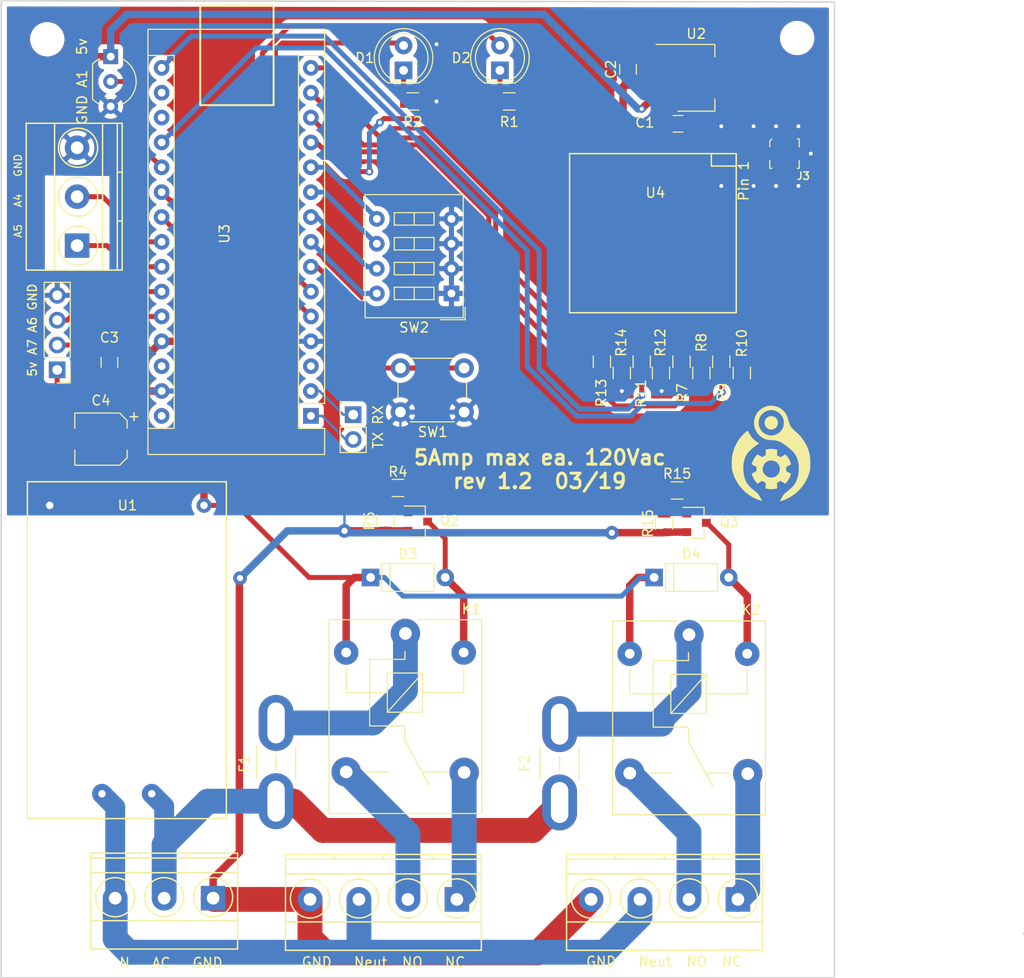
<source format=kicad_pcb>
(kicad_pcb (version 20171130) (host pcbnew 5.1.2-f72e74a~84~ubuntu18.04.1)
  (layers (0 F.Cu signal) (31 B.Cu signal) (34 B.Paste user) (35 F.Paste user) (36 B.SilkS user) (37 F.SilkS user) (38 B.Mask user) (39 F.Mask user) (44 Edge.Cuts user))
  (net 0 "")
  (net 1 +5V)
  (net 2 +3V3)
  (net 3 Earth)
  (net 4 "Net-(D1-Pad2)")
  (net 5 "Net-(D1-Pad1)")
  (net 6 "Net-(D2-Pad1)")
  (net 7 "Net-(D2-Pad2)")
  (net 8 "Net-(D3-Pad2)")
  (net 9 "Net-(D4-Pad2)")
  (net 10 VAC)
  (net 11 "Net-(F1-Pad1)")
  (net 12 "Net-(F2-Pad1)")
  (net 13 NEUT)
  (net 14 "Net-(J2-Pad2)")
  (net 15 "Net-(J2-Pad1)")
  (net 16 "Net-(J5-Pad1)")
  (net 17 "Net-(J5-Pad2)")
  (net 18 "Net-(J7-Pad2)")
  (net 19 /relay1)
  (net 20 "Net-(Q2-Pad1)")
  (net 21 miso)
  (net 22 "Net-(R7-Pad1)")
  (net 23 /lora_cs)
  (net 24 "Net-(R10-Pad1)")
  (net 25 /lora_rst)
  (net 26 sck)
  (net 27 "Net-(R11-Pad1)")
  (net 28 mosi)
  (net 29 "Net-(R13-Pad1)")
  (net 30 "Net-(Q3-Pad1)")
  (net 31 /relay2)
  (net 32 "Net-(SW1-Pad2)")
  (net 33 "Net-(U3-Pad3v3)")
  (net 34 "Net-(U3-Pad15)")
  (net 35 "Net-(U3-Padrst)")
  (net 36 /irq)
  (net 37 "Net-(U3-PadVin)")
  (net 38 "Net-(U4-Pad15)")
  (net 39 "Net-(U4-Pad8)")
  (net 40 "Net-(U4-Pad7)")
  (net 41 "Net-(U4-Pad4)")
  (net 42 "Net-(U4-Pad3)")
  (net 43 "Net-(J3-Pad1)")
  (net 44 "Net-(J8-Pad2)")
  (net 45 "Net-(J8-Pad1)")
  (net 46 "Net-(SW2-Pad5)")
  (net 47 "Net-(SW2-Pad6)")
  (net 48 "Net-(SW2-Pad7)")
  (net 49 "Net-(SW2-Pad8)")
  (net 50 "Net-(J4-Pad2)")
  (net 51 "Net-(J4-Pad3)")
  (net 52 "Net-(J6-Pad1)")
  (net 53 "Net-(J6-Pad2)")
  (module Connector_PinHeader_2.54mm:PinHeader_1x04_P2.54mm_Vertical (layer F.Cu) (at 87.884 95.504 180)
    (fp_text reference "5v A7 A6 GND" (at 2.54 4.064 90) (layer F.SilkS) (effects (font (size 0.889 0.889))))
    (fp_text value gpio)
    (pad 1 thru_hole rect (at 0 0 180) (size 1.7 1.7) (drill 1) (layers *.Cu *.Mask) (net 1 +5V))
    (pad 2 thru_hole oval (at 0 2.54 180) (size 1.7 1.7) (drill 1) (layers *.Cu *.Mask) (net 50 "Net-(J4-Pad2)"))
    (pad 3 thru_hole oval (at 0 5.08 180) (size 1.7 1.7) (drill 1) (layers *.Cu *.Mask) (net 51 "Net-(J4-Pad3)"))
    (pad 4 thru_hole oval (at 0 7.62 180) (size 1.7 1.7) (drill 1) (layers *.Cu *.Mask) (net 3 Earth))
  )
  (module MainWorking:HLK-PM01 (layer F.Cu) (at 94.996 140.97 180)
    (fp_text reference U1 (at -0.0635 31.623) (layer F.SilkS))
    (fp_text value HLK-PM01)
    (pad 3 thru_hole circle (at 7.874 31.623 180) (size 1.524 1.524) (drill 0.762) (layers *.Cu *.Mask) (net 3 Earth))
    (pad 4 thru_hole circle (at -7.874 31.623 180) (size 1.524 1.524) (drill 0.762) (layers *.Cu *.Mask) (net 1 +5V))
    (pad 1 thru_hole circle (at 2.54 2.159 180) (size 1.524 1.524) (drill 0.762) (layers *.Cu *.Mask) (net 13 NEUT))
    (pad 2 thru_hole circle (at -2.54 2.159 180) (size 1.524 1.524) (drill 0.762) (layers *.Cu *.Mask) (net 10 VAC))
  )
  (module MainWorking:LORA_SX1278_Module (layer F.Cu) (at 167.386 81.534 270)
    (fp_text reference U4 (at -4.1275 18.415) (layer F.SilkS))
    (fp_text value Sx1278_LORA_Module)
    (fp_text user "Pin 1" (at -5.334 9.398 90) (layer F.SilkS))
    (pad 1 smd rect (at -8.128 11.684 270) (size 2.286 1.524) (layers F.Cu F.Paste F.Mask) (net 43 "Net-(J3-Pad1)"))
    (pad 2 smd rect (at -8.128 13.716 270) (size 2.286 1.524) (layers F.Cu F.Paste F.Mask) (net 3 Earth))
    (pad 3 smd rect (at -8.128 15.748 270) (size 2.286 1.524) (layers F.Cu F.Paste F.Mask) (net 42 "Net-(U4-Pad3)"))
    (pad 4 smd rect (at -8.128 17.78 270) (size 2.286 1.524) (layers F.Cu F.Paste F.Mask) (net 41 "Net-(U4-Pad4)"))
    (pad 5 smd rect (at -8.128 19.812 270) (size 2.286 1.524) (layers F.Cu F.Paste F.Mask) (net 2 +3V3))
    (pad 6 smd rect (at -8.128 21.844 270) (size 2.286 1.524) (layers F.Cu F.Paste F.Mask) (net 36 /irq))
    (pad 7 smd rect (at -8.128 23.876 270) (size 2.286 1.524) (layers F.Cu F.Paste F.Mask) (net 40 "Net-(U4-Pad7)"))
    (pad 8 smd rect (at -8.128 25.908 270) (size 2.286 1.524) (layers F.Cu F.Paste F.Mask) (net 39 "Net-(U4-Pad8)"))
    (pad 9 smd rect (at 8.128 25.908 270) (size 2.286 1.524) (layers F.Cu F.Paste F.Mask) (net 3 Earth))
    (pad 10 smd rect (at 8.128 23.876 270) (size 2.286 1.524) (layers F.Cu F.Paste F.Mask) (net 21 miso))
    (pad 11 smd rect (at 8.128 21.844 270) (size 2.286 1.524) (layers F.Cu F.Paste F.Mask) (net 29 "Net-(R13-Pad1)"))
    (pad 12 smd rect (at 8.128 19.812 270) (size 2.286 1.524) (layers F.Cu F.Paste F.Mask) (net 27 "Net-(R11-Pad1)"))
    (pad 13 smd rect (at 8.128 17.78 270) (size 2.286 1.524) (layers F.Cu F.Paste F.Mask) (net 22 "Net-(R7-Pad1)"))
    (pad 14 smd rect (at 8.128 15.748 270) (size 2.286 1.524) (layers F.Cu F.Paste F.Mask) (net 24 "Net-(R10-Pad1)"))
    (pad 15 smd rect (at 8.128 13.716 270) (size 2.286 1.524) (layers F.Cu F.Paste F.Mask) (net 38 "Net-(U4-Pad15)"))
    (pad 16 smd rect (at 8.128 11.684 270) (size 2.286 1.524) (layers F.Cu F.Paste F.Mask) (net 3 Earth))
  )
  (module TerminalBlocks_Phoenix:TerminalBlock_Phoenix_MKDS1.5-3pol (layer F.Cu) (at 103.806 149.479 180)
    (fp_text reference "N   AC   GND" (at 4.3015 -6.604 180) (layer F.SilkS))
    (fp_text value ACin)
    (pad 3 thru_hole circle (at 5 0 180) (size 2.5 2.5) (drill 1.3) (layers *.Cu *.Mask) (net 10 VAC))
    (pad 1 thru_hole rect (at 0 0 180) (size 2.5 2.5) (drill 1.3) (layers *.Cu *.Mask) (net 3 Earth))
    (pad 2 thru_hole circle (at 10 0 180) (size 2.5 2.5) (drill 1.3) (layers *.Cu *.Mask) (net 13 NEUT))
  )
  (module Relays_THT:Relay_SPDT_SANYOU_SRD_Series_Form_C (layer F.Cu) (at 123.444 122.428 270)
    (fp_text reference K1 (at -2.4765 -6.731) (layer F.SilkS))
    (fp_text value relay1)
    (pad A1 thru_hole circle (at 1.95 6.05) (size 2.5 2.5) (drill 1) (layers *.Cu *.Mask) (net 1 +5V))
    (pad 14 thru_hole circle (at 14.15 6.05) (size 3 3) (drill 1.3) (layers *.Cu *.Mask) (net 14 "Net-(J2-Pad2)"))
    (pad 12 thru_hole circle (at 14.2 -6) (size 3 3) (drill 1.3) (layers *.Cu *.Mask) (net 15 "Net-(J2-Pad1)"))
    (pad A2 thru_hole circle (at 1.95 -5.95) (size 2.5 2.5) (drill 1) (layers *.Cu *.Mask) (net 8 "Net-(D3-Pad2)"))
    (pad 11 thru_hole circle (at 0 0) (size 3 3) (drill 1.3) (layers *.Cu *.Mask) (net 11 "Net-(F1-Pad1)"))
  )
  (module Relays_THT:Relay_SPDT_SANYOU_SRD_Series_Form_C (layer F.Cu) (at 152.4 122.555 270)
    (fp_text reference K2 (at -2.54 -6.35) (layer F.SilkS))
    (fp_text value relay2)
    (pad 11 thru_hole circle (at 0 0) (size 3 3) (drill 1.3) (layers *.Cu *.Mask) (net 12 "Net-(F2-Pad1)"))
    (pad A2 thru_hole circle (at 1.95 -5.95) (size 2.5 2.5) (drill 1) (layers *.Cu *.Mask) (net 9 "Net-(D4-Pad2)"))
    (pad 12 thru_hole circle (at 14.2 -6) (size 3 3) (drill 1.3) (layers *.Cu *.Mask) (net 16 "Net-(J5-Pad1)"))
    (pad 14 thru_hole circle (at 14.15 6.05) (size 3 3) (drill 1.3) (layers *.Cu *.Mask) (net 17 "Net-(J5-Pad2)"))
    (pad A1 thru_hole circle (at 1.95 6.05) (size 2.5 2.5) (drill 1) (layers *.Cu *.Mask) (net 1 +5V))
  )
  (module Capacitors_SMD:C_0805_HandSoldering (layer F.Cu) (at 151.277001 70.358)
    (fp_text reference C1 (at -3.385501 -0.127) (layer F.SilkS))
    (fp_text value 1uf)
    (pad 2 smd rect (at 1.25 0) (size 1.5 1.25) (layers F.Cu F.Paste F.Mask) (net 3 Earth))
    (pad 1 smd rect (at -1.25 0) (size 1.5 1.25) (layers F.Cu F.Paste F.Mask) (net 1 +5V))
  )
  (module Capacitors_SMD:C_0805_HandSoldering (layer F.Cu) (at 146.177 64.790001 90)
    (fp_text reference C2 (at 0 -1.75 270) (layer F.SilkS))
    (fp_text value 22uf)
    (pad 2 smd rect (at 1.25 0 90) (size 1.5 1.25) (layers F.Cu F.Paste F.Mask) (net 3 Earth))
    (pad 1 smd rect (at -1.25 0 90) (size 1.5 1.25) (layers F.Cu F.Paste F.Mask) (net 2 +3V3))
  )
  (module Capacitors_SMD:C_0805 (layer F.Cu) (at 93.218 94.726 270)
    (fp_text reference C3 (at -2.524 0) (layer F.SilkS))
    (fp_text value .1uf)
    (pad 1 smd rect (at -1 0 270) (size 1 1.25) (layers F.Cu F.Paste F.Mask) (net 1 +5V))
    (pad 2 smd rect (at 1 0 270) (size 1 1.25) (layers F.Cu F.Paste F.Mask) (net 3 Earth))
  )
  (module LEDs:LED_D5.0mm (layer F.Cu) (at 123.2535 64.897 90)
    (fp_text reference D1 (at 1.27 -3.96 180) (layer F.SilkS))
    (fp_text value LED)
    (pad 2 thru_hole circle (at 2.54 0 90) (size 1.8 1.8) (drill 0.9) (layers *.Cu *.Mask) (net 4 "Net-(D1-Pad2)"))
    (pad 1 thru_hole rect (at 0 0 90) (size 1.8 1.8) (drill 0.9) (layers *.Cu *.Mask) (net 5 "Net-(D1-Pad1)"))
  )
  (module LEDs:LED_D5.0mm (layer F.Cu) (at 133.096 64.897 90)
    (fp_text reference D2 (at 1.27 -3.96 180) (layer F.SilkS))
    (fp_text value LED)
    (pad 1 thru_hole rect (at 0 0 90) (size 1.8 1.8) (drill 0.9) (layers *.Cu *.Mask) (net 6 "Net-(D2-Pad1)"))
    (pad 2 thru_hole circle (at 2.54 0 90) (size 1.8 1.8) (drill 0.9) (layers *.Cu *.Mask) (net 7 "Net-(D2-Pad2)"))
  )
  (module Diodes_THT:D_A-405_P7.62mm_Horizontal (layer F.Cu) (at 119.888 116.713)
    (fp_text reference D3 (at 3.81 -2.41) (layer F.SilkS))
    (fp_text value 4001)
    (pad 1 thru_hole rect (at 0 0) (size 1.8 1.8) (drill 0.9) (layers *.Cu *.Mask) (net 1 +5V))
    (pad 2 thru_hole oval (at 7.62 0) (size 1.8 1.8) (drill 0.9) (layers *.Cu *.Mask) (net 8 "Net-(D3-Pad2)"))
  )
  (module Diodes_THT:D_A-405_P7.62mm_Horizontal (layer F.Cu) (at 148.844 116.713)
    (fp_text reference D4 (at 3.81 -2.41) (layer F.SilkS))
    (fp_text value 4001)
    (pad 2 thru_hole oval (at 7.62 0) (size 1.8 1.8) (drill 0.9) (layers *.Cu *.Mask) (net 9 "Net-(D4-Pad2)"))
    (pad 1 thru_hole rect (at 0 0) (size 1.8 1.8) (drill 0.9) (layers *.Cu *.Mask) (net 1 +5V))
  )
  (module Fuse_Holders_and_Fuses:BladeFuse-Mini (layer F.Cu) (at 110.236 131.573 270)
    (fp_text reference F1 (at 4.19 3.2385 270) (layer F.SilkS))
    (fp_text value Fuse)
    (pad 2 thru_hole oval (at 8 0 270) (size 5.715 3.556) (drill oval 4.191 1.778) (layers *.Cu *.Mask) (net 10 VAC))
    (pad 1 thru_hole oval (at 0 0 270) (size 5.715 3.556) (drill oval 4.191 1.778) (layers *.Cu *.Mask) (net 11 "Net-(F1-Pad1)"))
  )
  (module Fuse_Holders_and_Fuses:BladeFuse-Mini (layer F.Cu) (at 139.192 131.7 270)
    (fp_text reference F2 (at 3.9995 3.556 270) (layer F.SilkS))
    (fp_text value Fuse)
    (pad 1 thru_hole oval (at 0 0 270) (size 5.715 3.556) (drill oval 4.191 1.778) (layers *.Cu *.Mask) (net 12 "Net-(F2-Pad1)"))
    (pad 2 thru_hole oval (at 8 0 270) (size 5.715 3.556) (drill oval 4.191 1.778) (layers *.Cu *.Mask) (net 10 VAC))
  )
  (module Resistors_SMD:R_0805 (layer F.Cu) (at 134.046 68.072)
    (fp_text reference R1 (at 0 2.0955) (layer F.SilkS))
    (fp_text value 3k3)
    (pad 2 smd rect (at 0.95 0) (size 0.7 1.3) (layers F.Cu F.Paste F.Mask) (net 3 Earth))
    (pad 1 smd rect (at -0.95 0) (size 0.7 1.3) (layers F.Cu F.Paste F.Mask) (net 6 "Net-(D2-Pad1)"))
  )
  (module Resistors_SMD:R_0805 (layer F.Cu) (at 124.203499 68.072)
    (fp_text reference R2 (at 0.002501 2.0955) (layer F.SilkS))
    (fp_text value 3k3)
    (pad 1 smd rect (at -0.95 0) (size 0.7 1.3) (layers F.Cu F.Paste F.Mask) (net 5 "Net-(D1-Pad1)"))
    (pad 2 smd rect (at 0.95 0) (size 0.7 1.3) (layers F.Cu F.Paste F.Mask) (net 3 Earth))
  )
  (module Resistors_SMD:R_0805 (layer F.Cu) (at 122.682 107.569 180)
    (fp_text reference R4 (at 0 1.651 180) (layer F.SilkS))
    (fp_text value 100)
    (pad 2 smd rect (at 0.95 0 180) (size 0.7 1.3) (layers F.Cu F.Paste F.Mask) (net 19 /relay1))
    (pad 1 smd rect (at -0.95 0 180) (size 0.7 1.3) (layers F.Cu F.Paste F.Mask) (net 20 "Net-(Q2-Pad1)"))
  )
  (module Resistors_SMD:R_0805 (layer F.Cu) (at 121.412 110.937001 90)
    (fp_text reference R5 (at 0 -1.65 90) (layer F.SilkS))
    (fp_text value 10k)
    (pad 2 smd rect (at 0.95 0 90) (size 0.7 1.3) (layers F.Cu F.Paste F.Mask) (net 20 "Net-(Q2-Pad1)"))
    (pad 1 smd rect (at -0.95 0 90) (size 0.7 1.3) (layers F.Cu F.Paste F.Mask) (net 3 Earth))
  )
  (module Resistors_SMD:R_0805 (layer F.Cu) (at 151.638 94.676 270)
    (fp_text reference R7 (at 3.1775 -0.0635 270) (layer F.SilkS))
    (fp_text value 1k)
    (pad 1 smd rect (at -0.95 0 270) (size 0.7 1.3) (layers F.Cu F.Paste F.Mask) (net 22 "Net-(R7-Pad1)"))
    (pad 2 smd rect (at 0.95 0 270) (size 0.7 1.3) (layers F.Cu F.Paste F.Mask) (net 23 /lora_cs))
  )
  (module Resistors_SMD:R_0805 (layer F.Cu) (at 153.67 95.8215 270)
    (fp_text reference R8 (at -3.1115 0 270) (layer F.SilkS))
    (fp_text value 2k)
    (pad 2 smd rect (at 0.95 0 270) (size 0.7 1.3) (layers F.Cu F.Paste F.Mask) (net 3 Earth))
    (pad 1 smd rect (at -0.95 0 270) (size 0.7 1.3) (layers F.Cu F.Paste F.Mask) (net 22 "Net-(R7-Pad1)"))
  )
  (module Resistors_SMD:R_0805 (layer F.Cu) (at 155.702 94.676 270)
    (fp_text reference R9 (at 3.114 -0.127 270) (layer F.SilkS))
    (fp_text value 1k)
    (pad 1 smd rect (at -0.95 0 270) (size 0.7 1.3) (layers F.Cu F.Paste F.Mask) (net 24 "Net-(R10-Pad1)"))
    (pad 2 smd rect (at 0.95 0 270) (size 0.7 1.3) (layers F.Cu F.Paste F.Mask) (net 25 /lora_rst))
  )
  (module Resistors_SMD:R_0805 (layer F.Cu) (at 157.7975 95.819 270)
    (fp_text reference R10 (at -3.0455 0 270) (layer F.SilkS))
    (fp_text value 2k)
    (pad 2 smd rect (at 0.95 0 270) (size 0.7 1.3) (layers F.Cu F.Paste F.Mask) (net 3 Earth))
    (pad 1 smd rect (at -0.95 0 270) (size 0.7 1.3) (layers F.Cu F.Paste F.Mask) (net 24 "Net-(R10-Pad1)"))
  )
  (module Resistors_SMD:R_0805 (layer F.Cu) (at 147.574 94.676 270)
    (fp_text reference R11 (at 3.241 0.0635 270) (layer F.SilkS))
    (fp_text value 1k)
    (pad 2 smd rect (at 0.95 0 270) (size 0.7 1.3) (layers F.Cu F.Paste F.Mask) (net 26 sck))
    (pad 1 smd rect (at -0.95 0 270) (size 0.7 1.3) (layers F.Cu F.Paste F.Mask) (net 27 "Net-(R11-Pad1)"))
  )
  (module Resistors_SMD:R_0805 (layer F.Cu) (at 149.5425 95.8215 270)
    (fp_text reference R12 (at -3.1115 0.0635 270) (layer F.SilkS))
    (fp_text value 2k)
    (pad 1 smd rect (at -0.95 0 270) (size 0.7 1.3) (layers F.Cu F.Paste F.Mask) (net 27 "Net-(R11-Pad1)"))
    (pad 2 smd rect (at 0.95 0 270) (size 0.7 1.3) (layers F.Cu F.Paste F.Mask) (net 3 Earth))
  )
  (module Resistors_SMD:R_0805 (layer F.Cu) (at 143.51 94.681001 270)
    (fp_text reference R13 (at 3.172499 0.0635 270) (layer F.SilkS))
    (fp_text value 1k)
    (pad 2 smd rect (at 0.95 0 270) (size 0.7 1.3) (layers F.Cu F.Paste F.Mask) (net 28 mosi))
    (pad 1 smd rect (at -0.95 0 270) (size 0.7 1.3) (layers F.Cu F.Paste F.Mask) (net 29 "Net-(R13-Pad1)"))
  )
  (module Resistors_SMD:R_0805 (layer F.Cu) (at 145.542 95.8215 270)
    (fp_text reference R14 (at -3.1115 0.0635 270) (layer F.SilkS))
    (fp_text value 2k)
    (pad 1 smd rect (at -0.95 0 270) (size 0.7 1.3) (layers F.Cu F.Paste F.Mask) (net 29 "Net-(R13-Pad1)"))
    (pad 2 smd rect (at 0.95 0 270) (size 0.7 1.3) (layers F.Cu F.Paste F.Mask) (net 3 Earth))
  )
  (module Resistors_SMD:R_0805 (layer F.Cu) (at 151.196001 107.823 180)
    (fp_text reference R15 (at 0 1.7145 180) (layer F.SilkS))
    (fp_text value 100)
    (pad 1 smd rect (at -0.95 0 180) (size 0.7 1.3) (layers F.Cu F.Paste F.Mask) (net 30 "Net-(Q3-Pad1)"))
    (pad 2 smd rect (at 0.95 0 180) (size 0.7 1.3) (layers F.Cu F.Paste F.Mask) (net 31 /relay2))
  )
  (module Resistors_SMD:R_0805 (layer F.Cu) (at 149.86 111.186 90)
    (fp_text reference R16 (at 0 -1.65 90) (layer F.SilkS))
    (fp_text value 10k)
    (pad 1 smd rect (at -0.95 0 90) (size 0.7 1.3) (layers F.Cu F.Paste F.Mask) (net 3 Earth))
    (pad 2 smd rect (at 0.95 0 90) (size 0.7 1.3) (layers F.Cu F.Paste F.Mask) (net 30 "Net-(Q3-Pad1)"))
  )
  (module Buttons_Switches_THT:SW_PUSH_6mm_h4.3mm (layer F.Cu) (at 129.436 99.813501 180)
    (fp_text reference SW1 (at 3.198 -2.040499 180) (layer F.SilkS))
    (fp_text value SW_Push)
    (pad 2 thru_hole circle (at 0 4.5 270) (size 2 2) (drill 1.1) (layers *.Cu *.Mask) (net 32 "Net-(SW1-Pad2)"))
    (pad 1 thru_hole circle (at 0 0 270) (size 2 2) (drill 1.1) (layers *.Cu *.Mask) (net 3 Earth))
    (pad 2 thru_hole circle (at 6.5 4.5 270) (size 2 2) (drill 1.1) (layers *.Cu *.Mask) (net 32 "Net-(SW1-Pad2)"))
    (pad 1 thru_hole circle (at 6.5 0 270) (size 2 2) (drill 1.1) (layers *.Cu *.Mask) (net 3 Earth))
  )
  (module MainWorking:ArduinoNano (layer F.Cu) (at 113.792 100.203 180)
    (fp_text reference U3 (at 8.8265 18.6055 270) (layer F.SilkS))
    (fp_text value ArduinoNano)
    (pad tx thru_hole rect (at 0 0 180) (size 1.6 1.6) (drill 0.8) (layers *.Cu *.Mask) (net 53 "Net-(J6-Pad2)"))
    (pad 3v3 thru_hole oval (at 15.24 33.02 180) (size 1.6 1.6) (drill 0.8) (layers *.Cu *.Mask) (net 33 "Net-(U3-Pad3v3)"))
    (pad rx thru_hole oval (at 0 2.54 180) (size 1.6 1.6) (drill 0.8) (layers *.Cu *.Mask) (net 52 "Net-(J6-Pad1)"))
    (pad 15 thru_hole oval (at 15.24 30.48 180) (size 1.6 1.6) (drill 0.8) (layers *.Cu *.Mask) (net 34 "Net-(U3-Pad15)"))
    (pad rst thru_hole oval (at 0 5.08 180) (size 1.6 1.6) (drill 0.8) (layers *.Cu *.Mask) (net 35 "Net-(U3-Padrst)"))
    (pad ADC0 thru_hole oval (at 15.24 27.94 180) (size 1.6 1.6) (drill 0.8) (layers *.Cu *.Mask) (net 25 /lora_rst))
    (pad gnd thru_hole oval (at 0 7.62 180) (size 1.6 1.6) (drill 0.8) (layers *.Cu *.Mask) (net 3 Earth))
    (pad ADC1 thru_hole oval (at 15.24 25.4 180) (size 1.6 1.6) (drill 0.8) (layers *.Cu *.Mask) (net 18 "Net-(J7-Pad2)"))
    (pad 2 thru_hole oval (at 0 10.16 180) (size 1.6 1.6) (drill 0.8) (layers *.Cu *.Mask) (net 7 "Net-(D2-Pad2)"))
    (pad ADC2 thru_hole oval (at 15.24 22.86 180) (size 1.6 1.6) (drill 0.8) (layers *.Cu *.Mask) (net 31 /relay2))
    (pad 3 thru_hole oval (at 0 12.7 180) (size 1.6 1.6) (drill 0.8) (layers *.Cu *.Mask) (net 4 "Net-(D1-Pad2)"))
    (pad ADC3 thru_hole oval (at 15.24 20.32 180) (size 1.6 1.6) (drill 0.8) (layers *.Cu *.Mask) (net 19 /relay1))
    (pad 4 thru_hole oval (at 0 15.24 180) (size 1.6 1.6) (drill 0.8) (layers *.Cu *.Mask) (net 32 "Net-(SW1-Pad2)"))
    (pad ADC4 thru_hole oval (at 15.24 17.78 180) (size 1.6 1.6) (drill 0.8) (layers *.Cu *.Mask) (net 44 "Net-(J8-Pad2)"))
    (pad 5 thru_hole oval (at 0 17.78 180) (size 1.6 1.6) (drill 0.8) (layers *.Cu *.Mask) (net 49 "Net-(SW2-Pad8)"))
    (pad ADC5 thru_hole oval (at 15.24 15.24 180) (size 1.6 1.6) (drill 0.8) (layers *.Cu *.Mask) (net 45 "Net-(J8-Pad1)"))
    (pad 6 thru_hole oval (at 0 20.32 180) (size 1.6 1.6) (drill 0.8) (layers *.Cu *.Mask) (net 48 "Net-(SW2-Pad7)"))
    (pad ADC6 thru_hole oval (at 15.24 12.7 180) (size 1.6 1.6) (drill 0.8) (layers *.Cu *.Mask) (net 51 "Net-(J4-Pad3)"))
    (pad 7 thru_hole oval (at 0 22.86 180) (size 1.6 1.6) (drill 0.8) (layers *.Cu *.Mask) (net 47 "Net-(SW2-Pad6)"))
    (pad ADC7 thru_hole oval (at 15.24 10.16 180) (size 1.6 1.6) (drill 0.8) (layers *.Cu *.Mask) (net 50 "Net-(J4-Pad2)"))
    (pad 8 thru_hole oval (at 0 25.4 180) (size 1.6 1.6) (drill 0.8) (layers *.Cu *.Mask) (net 46 "Net-(SW2-Pad5)"))
    (pad +5V thru_hole oval (at 15.24 7.62 180) (size 1.6 1.6) (drill 0.8) (layers *.Cu *.Mask) (net 1 +5V))
    (pad 9 thru_hole oval (at 0 27.94 180) (size 1.6 1.6) (drill 0.8) (layers *.Cu *.Mask) (net 36 /irq))
    (pad rst thru_hole oval (at 15.24 5.08 180) (size 1.6 1.6) (drill 0.8) (layers *.Cu *.Mask) (net 35 "Net-(U3-Padrst)"))
    (pad 10 thru_hole oval (at 0 30.48 180) (size 1.6 1.6) (drill 0.8) (layers *.Cu *.Mask) (net 23 /lora_cs))
    (pad gnd thru_hole oval (at 15.24 2.54 180) (size 1.6 1.6) (drill 0.8) (layers *.Cu *.Mask) (net 3 Earth))
    (pad 11 thru_hole oval (at 0 33.02 180) (size 1.6 1.6) (drill 0.8) (layers *.Cu *.Mask) (net 28 mosi))
    (pad Vin thru_hole oval (at 15.24 0 180) (size 1.6 1.6) (drill 0.8) (layers *.Cu *.Mask) (net 37 "Net-(U3-PadVin)"))
    (pad 12 thru_hole oval (at 0 35.56 180) (size 1.6 1.6) (drill 0.8) (layers *.Cu *.Mask) (net 21 miso))
    (pad 13 thru_hole oval (at 15.24 35.56 180) (size 1.6 1.6) (drill 0.8) (layers *.Cu *.Mask) (net 26 sck))
  )
  (module TerminalBlocks_Phoenix:TerminalBlock_Phoenix_MKDS1.5-4pol (layer F.Cu) (at 128.698 149.606 180)
    (fp_text reference "GND   Neut  NO   NC" (at 7.5 -6.4135 180) (layer F.SilkS))
    (fp_text value relay1)
    (pad 4 thru_hole circle (at 15 0 180) (size 2.5 2.5) (drill 1.3) (layers *.Cu *.Mask) (net 3 Earth))
    (pad 3 thru_hole circle (at 10 0 180) (size 2.5 2.5) (drill 1.3) (layers *.Cu *.Mask) (net 13 NEUT))
    (pad 1 thru_hole rect (at 0 0 180) (size 2.5 2.5) (drill 1.3) (layers *.Cu *.Mask) (net 15 "Net-(J2-Pad1)"))
    (pad 2 thru_hole circle (at 5 0 180) (size 2.5 2.5) (drill 1.3) (layers *.Cu *.Mask) (net 14 "Net-(J2-Pad2)"))
  )
  (module TerminalBlocks_Phoenix:TerminalBlock_Phoenix_MKDS1.5-4pol (layer F.Cu) (at 157.4 149.606 180)
    (fp_text reference "GND   Neut  NO  NC" (at 7.54 -6.35 180) (layer F.SilkS))
    (fp_text value relay2)
    (pad 2 thru_hole circle (at 5 0 180) (size 2.5 2.5) (drill 1.3) (layers *.Cu *.Mask) (net 17 "Net-(J5-Pad2)"))
    (pad 1 thru_hole rect (at 0 0 180) (size 2.5 2.5) (drill 1.3) (layers *.Cu *.Mask) (net 16 "Net-(J5-Pad1)"))
    (pad 3 thru_hole circle (at 10 0 180) (size 2.5 2.5) (drill 1.3) (layers *.Cu *.Mask) (net 13 NEUT))
    (pad 4 thru_hole circle (at 15 0 180) (size 2.5 2.5) (drill 1.3) (layers *.Cu *.Mask) (net 3 Earth))
  )
  (module TO_SOT_Packages_SMD:SOT-23 (layer F.Cu) (at 124.714 110.998)
    (fp_text reference Q2 (at 3.2385 -0.0635) (layer F.SilkS))
    (fp_text value MMBT3904)
    (pad 3 smd rect (at 1 0) (size 0.9 0.8) (layers F.Cu F.Paste F.Mask) (net 8 "Net-(D3-Pad2)"))
    (pad 2 smd rect (at -1 0.95) (size 0.9 0.8) (layers F.Cu F.Paste F.Mask) (net 3 Earth))
    (pad 1 smd rect (at -1 -0.95) (size 0.9 0.8) (layers F.Cu F.Paste F.Mask) (net 20 "Net-(Q2-Pad1)"))
  )
  (module TO_SOT_Packages_SMD:SOT-23 (layer F.Cu) (at 153.178 111.125)
    (fp_text reference Q3 (at 3.3495 -0.0635) (layer F.SilkS))
    (fp_text value MMBT3904)
    (pad 1 smd rect (at -1 -0.95) (size 0.9 0.8) (layers F.Cu F.Paste F.Mask) (net 30 "Net-(Q3-Pad1)"))
    (pad 2 smd rect (at -1 0.95) (size 0.9 0.8) (layers F.Cu F.Paste F.Mask) (net 3 Earth))
    (pad 3 smd rect (at 1 0) (size 0.9 0.8) (layers F.Cu F.Paste F.Mask) (net 9 "Net-(D4-Pad2)"))
  )
  (module TO_SOT_Packages_THT:TO-92_Inline_Wide (layer F.Cu) (at 93.345 63.5 270)
    (fp_text reference "GND A1  5v" (at 2.54 2.921 90) (layer F.SilkS))
    (fp_text value tmp36)
    (pad 2 thru_hole circle (at 2.54 0) (size 1.52 1.52) (drill 0.8) (layers *.Cu *.Mask) (net 18 "Net-(J7-Pad2)"))
    (pad 3 thru_hole circle (at 5.08 0) (size 1.52 1.52) (drill 0.8) (layers *.Cu *.Mask) (net 3 Earth))
    (pad 1 thru_hole rect (at 0 0) (size 1.52 1.52) (drill 0.8) (layers *.Cu *.Mask) (net 1 +5V))
  )
  (module TO_SOT_Packages_SMD:SOT-223-3_TabPin2 (layer F.Cu) (at 153.136999 65.659)
    (fp_text reference U2 (at 0 -4.5) (layer F.SilkS))
    (fp_text value AMS1117-3.3)
    (pad 2 smd rect (at 3.15 0) (size 2 3.8) (layers F.Cu F.Paste F.Mask) (net 2 +3V3))
    (pad 2 smd rect (at -3.15 0) (size 2 1.5) (layers F.Cu F.Paste F.Mask) (net 2 +3V3))
    (pad 3 smd rect (at -3.15 2.3) (size 2 1.5) (layers F.Cu F.Paste F.Mask) (net 1 +5V))
    (pad 1 smd rect (at -3.15 -2.3) (size 2 1.5) (layers F.Cu F.Paste F.Mask) (net 3 Earth))
  )
  (module Capacitors_SMD:CP_Elec_5x5.3 (layer F.Cu) (at 92.3515 102.5525 180)
    (fp_text reference C4 (at 0 3.92 180) (layer F.SilkS))
    (fp_text value 100uf)
    (fp_text user + (at -3.38 2.34 180) (layer F.SilkS))
    (pad 2 smd rect (at 2.2 0) (size 3 1.6) (layers F.Cu F.Paste F.Mask) (net 3 Earth))
    (pad 1 smd rect (at -2.2 0) (size 3 1.6) (layers F.Cu F.Paste F.Mask) (net 1 +5V))
  )
  (module Mounting_Holes:MountingHole_2.5mm (layer F.Cu) (at 163.5125 153.67)
    (fp_text reference H1 hide)
    (fp_text value MountingHole hide)
    (pad 1 np_thru_hole circle (at 0 0) (size 2.5 2.5) (drill 2.5) (layers *.Cu *.Mask))
  )
  (module Mounting_Holes:MountingHole_2.5mm (layer F.Cu) (at 86.9315 153.67)
    (fp_text reference H2 hide)
    (fp_text value MountingHole hide)
    (pad 1 np_thru_hole circle (at 0 0) (size 2.5 2.5) (drill 2.5) (layers *.Cu *.Mask))
  )
  (module Mounting_Holes:MountingHole_2.5mm (layer F.Cu) (at 163.449 61.595)
    (fp_text reference H3 hide)
    (fp_text value MountingHole hide)
    (pad 1 np_thru_hole circle (at 0 0) (size 2.5 2.5) (drill 2.5) (layers *.Cu *.Mask))
  )
  (module Mounting_Holes:MountingHole_2.5mm (layer F.Cu) (at 86.868 61.722)
    (fp_text reference H4 hide)
    (fp_text value MountingHole hide)
    (pad 1 np_thru_hole circle (at 0 0) (size 2.5 2.5) (drill 2.5) (layers *.Cu *.Mask))
  )
  (module Connectors_Molex:Molex_Microcoaxial_RF (layer F.Cu) (at 162.155 73.406 270)
    (fp_text reference J3 (at 2.286 -1.929) (layer F.SilkS) (effects (font (size 0.762 0.762))))
    (fp_text value IPX)
    (pad 1 smd rect (at 0 1.5 270) (size 1 1) (layers F.Cu F.Paste F.Mask) (net 43 "Net-(J3-Pad1)"))
    (pad 2 smd rect (at 0 -1.5 270) (size 1 1) (layers F.Cu F.Paste F.Mask) (net 3 Earth))
    (pad 2 smd rect (at 1.475 0 270) (size 1.05 2.2) (layers F.Cu F.Paste F.Mask) (net 3 Earth))
    (pad 2 smd rect (at -1.475 0 270) (size 1.05 2.2) (layers F.Cu F.Paste F.Mask) (net 3 Earth))
  )
  (module TerminalBlocks_Phoenix:TerminalBlock_Phoenix_MKDS1.5-3pol (layer F.Cu) (at 89.916 82.804 90)
    (fp_text reference "A5   A4   GND" (at 5.08 -6.0325 90) (layer F.SilkS) (effects (font (size 0.762 0.762) (thickness 0.127))))
    (fp_text value external_Sw)
    (pad 2 thru_hole circle (at 5 0 90) (size 2.5 2.5) (drill 1.3) (layers *.Cu *.Mask) (net 44 "Net-(J8-Pad2)"))
    (pad 1 thru_hole rect (at 0 0 90) (size 2.5 2.5) (drill 1.3) (layers *.Cu *.Mask) (net 45 "Net-(J8-Pad1)"))
    (pad 3 thru_hole circle (at 10 0 90) (size 2.5 2.5) (drill 1.3) (layers *.Cu *.Mask) (net 3 Earth))
  )
  (module Buttons_Switches_THT:SW_DIP_x4_W7.62mm_Slide (layer F.Cu) (at 128.143 87.6935 180)
    (fp_text reference SW2 (at 3.81 -3.48 180) (layer F.SilkS))
    (fp_text value SW_DIP_x04)
    (pad 1 thru_hole rect (at 0 0 180) (size 1.6 1.6) (drill 0.8) (layers *.Cu *.Mask) (net 3 Earth))
    (pad 5 thru_hole oval (at 7.62 7.62 180) (size 1.6 1.6) (drill 0.8) (layers *.Cu *.Mask) (net 46 "Net-(SW2-Pad5)"))
    (pad 2 thru_hole oval (at 0 2.54 180) (size 1.6 1.6) (drill 0.8) (layers *.Cu *.Mask) (net 3 Earth))
    (pad 6 thru_hole oval (at 7.62 5.08 180) (size 1.6 1.6) (drill 0.8) (layers *.Cu *.Mask) (net 47 "Net-(SW2-Pad6)"))
    (pad 3 thru_hole oval (at 0 5.08 180) (size 1.6 1.6) (drill 0.8) (layers *.Cu *.Mask) (net 3 Earth))
    (pad 7 thru_hole oval (at 7.62 2.54 180) (size 1.6 1.6) (drill 0.8) (layers *.Cu *.Mask) (net 48 "Net-(SW2-Pad7)"))
    (pad 4 thru_hole oval (at 0 7.62 180) (size 1.6 1.6) (drill 0.8) (layers *.Cu *.Mask) (net 3 Earth))
    (pad 8 thru_hole oval (at 7.62 0 180) (size 1.6 1.6) (drill 0.8) (layers *.Cu *.Mask) (net 49 "Net-(SW2-Pad8)"))
  )
  (module MainWorking:LOGO_MWM_med (layer F.Cu) (at 160.782 104.0765)
    (fp_text reference G*** hide)
    (fp_text value LOGO_MWM_med hide)
  )
  (module Connector_PinHeader_2.54mm:PinHeader_1x02_P2.54mm_Vertical (layer F.Cu) (at 118.11 100.076)
    (fp_text reference "TX RX" (at 2.54 1.27 270) (layer F.SilkS))
    (fp_text value Serial)
    (pad 1 thru_hole rect (at 0 0) (size 1.7 1.7) (drill 1) (layers *.Cu *.Mask) (net 52 "Net-(J6-Pad1)"))
    (pad 2 thru_hole oval (at 0 2.54) (size 1.7 1.7) (drill 1) (layers *.Cu *.Mask) (net 53 "Net-(J6-Pad2)"))
  )
  (gr_line (start 167.259 57.912) (end 82.169 57.785) (layer Edge.Cuts) (width 0.15))
  (gr_line (start 82.169 57.785) (end 82.169 157.607) (layer Edge.Cuts) (width 0.15))
  (gr_line (start 82.169 157.607) (end 167.259 157.607) (layer Edge.Cuts) (width 0.15))
  (gr_line (start 167.259 157.607) (end 167.259 57.912) (layer Edge.Cuts) (width 0.15))
  (gr_text "5Amp max ea. 120Vac\nrev 1.2  03/19" (at 137.16 105.664) (layer F.SilkS) (effects (font (size 1.5 1.5) (thickness 0.3))))
  (gr_line (start 102.5525 58.293) (end 102.489 58.3565) (layer F.SilkS) (width 0.2))
  (gr_line (start 102.489 68.453) (end 102.489 58.3565) (layer F.SilkS) (width 0.2))
  (gr_line (start 109.982 68.453) (end 102.489 68.453) (layer F.SilkS) (width 0.2))
  (gr_line (start 109.982 58.293) (end 109.982 68.453) (layer F.SilkS) (width 0.2))
  (gr_line (start 102.489 58.293) (end 109.982 58.293) (layer F.SilkS) (width 0.2))
  (gr_line (start 186.563 153.162) (end 186.563 153.035) (layer Edge.Cuts) (width 0.15))
  (segment (start 100.33 92.583) (end 98.552 92.583) (width 0.762) (layer F.Cu) (net 1))
  (segment (start 102.87 95.123) (end 100.33 92.583) (width 0.762) (layer F.Cu) (net 1))
  (segment (start 150.027001 67.999002) (end 149.986999 67.959) (width 0.762) (layer F.Cu) (net 1))
  (segment (start 150.027001 70.358) (end 150.027001 67.999002) (width 0.762) (layer F.Cu) (net 1))
  (segment (start 118.226 116.713) (end 119.888 116.713) (width 0.762) (layer F.Cu) (net 1))
  (segment (start 117.394 117.545) (end 118.226 116.713) (width 0.762) (layer F.Cu) (net 1))
  (segment (start 117.394 124.378) (end 117.394 117.545) (width 0.762) (layer F.Cu) (net 1))
  (segment (start 147.182 116.713) (end 148.844 116.713) (width 0.762) (layer F.Cu) (net 1))
  (segment (start 146.35 117.545) (end 147.182 116.713) (width 0.762) (layer F.Cu) (net 1))
  (segment (start 146.35 124.505) (end 146.35 117.545) (width 0.762) (layer F.Cu) (net 1))
  (segment (start 102.87 103.632) (end 102.87 95.123) (width 0.762) (layer F.Cu) (net 1))
  (segment (start 102.87 109.347) (end 106.2355 109.347) (width 0.508) (layer F.Cu) (net 1))
  (segment (start 113.6015 116.713) (end 119.888 116.713) (width 0.508) (layer F.Cu) (net 1))
  (segment (start 106.2355 109.347) (end 113.6015 116.713) (width 0.508) (layer F.Cu) (net 1))
  (segment (start 145.531 118.618) (end 147.436 116.713) (width 0.508) (layer B.Cu) (net 1))
  (segment (start 119.888 116.713) (end 121.296 116.713) (width 0.508) (layer B.Cu) (net 1))
  (segment (start 147.436 116.713) (end 148.844 116.713) (width 0.508) (layer B.Cu) (net 1))
  (segment (start 123.201 118.618) (end 145.531 118.618) (width 0.508) (layer B.Cu) (net 1))
  (segment (start 121.296 116.713) (end 123.201 118.618) (width 0.508) (layer B.Cu) (net 1))
  (via (at 147.574 68.834) (size 0.8) (drill 0.4) (layers F.Cu B.Cu) (net 1))
  (segment (start 149.986999 67.959) (end 148.449 67.959) (width 0.762) (layer F.Cu) (net 1))
  (segment (start 148.449 67.959) (end 147.574 68.834) (width 0.762) (layer F.Cu) (net 1))
  (segment (start 97.3215 102.5525) (end 99.29 104.521) (width 1.27) (layer F.Cu) (net 1))
  (segment (start 94.5515 102.5525) (end 97.3215 102.5525) (width 1.27) (layer F.Cu) (net 1))
  (segment (start 102.87 109.347) (end 102.87 104.521) (width 0.762) (layer F.Cu) (net 1))
  (segment (start 99.29 104.521) (end 102.87 104.521) (width 1.27) (layer F.Cu) (net 1))
  (segment (start 102.87 104.521) (end 102.87 103.632) (width 0.762) (layer F.Cu) (net 1))
  (segment (start 93.345 60.835) (end 93.345 63.5) (width 0.762) (layer B.Cu) (net 1))
  (segment (start 94.996 59.184) (end 93.345 60.835) (width 0.762) (layer B.Cu) (net 1))
  (segment (start 137.543 59.184) (end 94.996 59.184) (width 0.762) (layer B.Cu) (net 1))
  (segment (start 147.574 68.834) (end 147.193 68.834) (width 0.762) (layer B.Cu) (net 1))
  (segment (start 147.193 68.834) (end 137.543 59.184) (width 0.762) (layer B.Cu) (net 1))
  (segment (start 90.424 63.5) (end 90.17 63.754) (width 0.762) (layer F.Cu) (net 1))
  (segment (start 93.345 63.5) (end 90.424 63.5) (width 0.762) (layer F.Cu) (net 1))
  (segment (start 86.6775 67.2465) (end 90.17 63.754) (width 0.508) (layer F.Cu) (net 1))
  (segment (start 90.424 63.5) (end 86.6775 67.2465) (width 0.762) (layer F.Cu) (net 1))
  (segment (start 97.409 93.726) (end 98.552 92.583) (width 0.762) (layer F.Cu) (net 1))
  (segment (start 93.218 93.726) (end 97.409 93.726) (width 0.762) (layer F.Cu) (net 1))
  (segment (start 92.964 93.726) (end 93.218 93.726) (width 0.762) (layer F.Cu) (net 1))
  (segment (start 89.154 97.536) (end 92.964 93.726) (width 0.762) (layer F.Cu) (net 1))
  (segment (start 86.6775 67.2465) (end 85.344 68.58) (width 0.762) (layer F.Cu) (net 1))
  (segment (start 85.344 96.52) (end 86.36 97.536) (width 0.762) (layer F.Cu) (net 1))
  (segment (start 85.344 68.58) (end 85.344 96.52) (width 0.762) (layer F.Cu) (net 1))
  (segment (start 87.884 95.504) (end 87.884 97.536) (width 0.508) (layer F.Cu) (net 1))
  (segment (start 86.36 97.536) (end 87.884 97.536) (width 0.762) (layer F.Cu) (net 1))
  (segment (start 87.884 97.536) (end 89.154 97.536) (width 0.762) (layer F.Cu) (net 1))
  (segment (start 148.224999 65.659) (end 149.986999 65.659) (width 0.762) (layer F.Cu) (net 2))
  (segment (start 147.828 66.055999) (end 148.224999 65.659) (width 0.762) (layer F.Cu) (net 2))
  (segment (start 147.812002 66.040001) (end 147.828 66.055999) (width 0.762) (layer F.Cu) (net 2))
  (segment (start 146.177 66.040001) (end 147.812002 66.040001) (width 0.762) (layer F.Cu) (net 2))
  (segment (start 146.161002 66.055999) (end 147.828 66.055999) (width 0.762) (layer F.Cu) (net 2))
  (segment (start 145.669 66.548001) (end 146.161002 66.055999) (width 0.762) (layer F.Cu) (net 2))
  (segment (start 147.828 73.406) (end 146.885001 72.463001) (width 0.762) (layer F.Cu) (net 2))
  (segment (start 146.885001 72.463001) (end 146.885001 70.939001) (width 0.762) (layer F.Cu) (net 2))
  (segment (start 146.885001 70.939001) (end 145.669 69.723) (width 0.762) (layer F.Cu) (net 2))
  (segment (start 145.669 69.723) (end 145.669 66.548001) (width 0.762) (layer F.Cu) (net 2))
  (segment (start 153.924 71.754999) (end 153.924 73.406) (width 0.762) (layer F.Cu) (net 3))
  (segment (start 152.527001 70.358) (end 153.924 71.754999) (width 0.762) (layer F.Cu) (net 3))
  (segment (start 149.805998 63.540001) (end 149.986999 63.359) (width 0.762) (layer F.Cu) (net 3))
  (segment (start 146.177 63.540001) (end 149.805998 63.540001) (width 0.762) (layer F.Cu) (net 3))
  (segment (start 91.821 97.663) (end 98.552 97.663) (width 0.762) (layer F.Cu) (net 3))
  (segment (start 87.122 109.347) (end 87.122 103.632) (width 0.762) (layer F.Cu) (net 3))
  (segment (start 93.093 95.726) (end 93.218 95.726) (width 0.508) (layer F.Cu) (net 3))
  (segment (start 91.821 97.663) (end 91.821 96.998) (width 0.508) (layer F.Cu) (net 3))
  (segment (start 91.821 96.998) (end 93.093 95.726) (width 0.508) (layer F.Cu) (net 3))
  (segment (start 87.1855 102.5525) (end 87.122 102.489) (width 1.27) (layer F.Cu) (net 3))
  (segment (start 90.1515 102.5525) (end 87.1855 102.5525) (width 1.27) (layer F.Cu) (net 3))
  (segment (start 87.122 103.632) (end 87.122 102.489) (width 0.762) (layer F.Cu) (net 3))
  (segment (start 128.143 80.0735) (end 128.143 87.6935) (width 0.508) (layer B.Cu) (net 3))
  (via (at 149.606 97.663) (size 0.8) (drill 0.4) (layers F.Cu B.Cu) (net 3))
  (via (at 145.542 97.663) (size 0.8) (drill 0.4) (layers F.Cu B.Cu) (net 3))
  (via (at 155.702 70.612) (size 0.8) (drill 0.4) (layers F.Cu B.Cu) (net 3))
  (via (at 159.004 70.612) (size 0.8) (drill 0.4) (layers F.Cu B.Cu) (net 3))
  (via (at 161.29 70.612) (size 0.8) (drill 0.4) (layers F.Cu B.Cu) (net 3))
  (via (at 159.004 76.708) (size 0.8) (drill 0.4) (layers F.Cu B.Cu) (net 3))
  (via (at 155.702 76.708) (size 0.8) (drill 0.4) (layers F.Cu B.Cu) (net 3))
  (via (at 161.29 76.708) (size 0.8) (drill 0.4) (layers F.Cu B.Cu) (net 3))
  (via (at 163.576 76.708) (size 0.8) (drill 0.4) (layers F.Cu B.Cu) (net 3))
  (via (at 163.576 70.612) (size 0.8) (drill 0.4) (layers F.Cu B.Cu) (net 3))
  (via (at 164.846 73.406) (size 0.8) (drill 0.4) (layers F.Cu B.Cu) (net 3))
  (via (at 126.619 68.072) (size 0.8) (drill 0.4) (layers F.Cu B.Cu) (net 3))
  (via (at 126.619 62.23) (size 0.8) (drill 0.4) (layers F.Cu B.Cu) (net 3))
  (segment (start 113.698 153.5125) (end 113.698 149.606) (width 2.54) (layer F.Cu) (net 3))
  (segment (start 115.2525 155.067) (end 113.698 153.5125) (width 2.54) (layer F.Cu) (net 3))
  (segment (start 141.150001 150.886499) (end 136.9695 155.067) (width 2.54) (layer F.Cu) (net 3))
  (segment (start 142.4 149.606) (end 141.150001 150.855999) (width 2.54) (layer F.Cu) (net 3))
  (segment (start 136.9695 155.067) (end 115.2525 155.067) (width 2.54) (layer F.Cu) (net 3))
  (segment (start 141.150001 150.855999) (end 141.150001 150.886499) (width 2.54) (layer F.Cu) (net 3))
  (segment (start 103.933 149.606) (end 103.806 149.479) (width 2.54) (layer F.Cu) (net 3))
  (segment (start 113.698 149.606) (end 103.933 149.606) (width 2.54) (layer F.Cu) (net 3))
  (segment (start 121.472999 111.948) (end 121.412 111.887001) (width 0.762) (layer F.Cu) (net 3))
  (segment (start 123.714 111.948) (end 121.472999 111.948) (width 0.762) (layer F.Cu) (net 3))
  (segment (start 149.921 112.075) (end 149.86 112.136) (width 0.762) (layer F.Cu) (net 3))
  (segment (start 152.178 112.075) (end 149.921 112.075) (width 0.762) (layer F.Cu) (net 3))
  (segment (start 103.806 147.467) (end 106.4895 144.7835) (width 0.762) (layer F.Cu) (net 3))
  (segment (start 103.806 149.479) (end 103.806 147.467) (width 0.762) (layer F.Cu) (net 3))
  (via (at 106.553 116.7765) (size 1.397) (drill 0.635) (layers F.Cu B.Cu) (net 3))
  (segment (start 106.4895 144.7835) (end 106.4895 116.84) (width 0.762) (layer F.Cu) (net 3))
  (segment (start 106.4895 116.84) (end 106.553 116.7765) (width 0.762) (layer F.Cu) (net 3))
  (via (at 117.221 111.9505) (size 1.397) (drill 0.635) (layers F.Cu B.Cu) (net 3))
  (segment (start 106.553 116.7765) (end 111.379 111.9505) (width 0.762) (layer B.Cu) (net 3))
  (segment (start 111.379 111.9505) (end 117.221 111.9505) (width 0.762) (layer B.Cu) (net 3))
  (segment (start 121.348501 111.9505) (end 121.412 111.887001) (width 0.762) (layer F.Cu) (net 3))
  (segment (start 117.221 111.9505) (end 121.348501 111.9505) (width 0.762) (layer F.Cu) (net 3))
  (via (at 144.526 112.141) (size 1.397) (drill 0.635) (layers F.Cu B.Cu) (net 3))
  (segment (start 149.86 112.136) (end 144.531 112.136) (width 0.762) (layer F.Cu) (net 3))
  (segment (start 144.531 112.136) (end 144.526 112.141) (width 0.762) (layer F.Cu) (net 3))
  (segment (start 117.4115 112.141) (end 117.221 111.9505) (width 0.762) (layer B.Cu) (net 3))
  (segment (start 144.526 112.141) (end 117.4115 112.141) (width 0.762) (layer B.Cu) (net 3))
  (segment (start 87.9475 98.552) (end 90.932 98.552) (width 0.762) (layer F.Cu) (net 3))
  (segment (start 90.932 98.552) (end 91.821 97.663) (width 0.762) (layer F.Cu) (net 3))
  (segment (start 87.122 102.489) (end 87.122 99.3775) (width 0.762) (layer F.Cu) (net 3))
  (segment (start 87.122 99.3775) (end 87.9475 98.552) (width 0.762) (layer F.Cu) (net 3))
  (segment (start 117.221 107.823) (end 121.158 103.886) (width 0.25) (layer B.Cu) (net 3))
  (segment (start 117.221 111.9505) (end 117.221 107.823) (width 0.25) (layer B.Cu) (net 3))
  (segment (start 124.350213 99.813501) (end 129.436 99.813501) (width 0.508) (layer B.Cu) (net 3))
  (segment (start 122.936 99.813501) (end 124.350213 99.813501) (width 0.508) (layer B.Cu) (net 3))
  (segment (start 121.92 103.124) (end 121.158 103.886) (width 0.254) (layer B.Cu) (net 3))
  (segment (start 122.936 99.813501) (end 122.936 102.108) (width 0.254) (layer B.Cu) (net 3))
  (segment (start 122.936 102.108) (end 121.92 103.124) (width 0.254) (layer B.Cu) (net 3))
  (segment (start 110.1725 83.8835) (end 113.792 87.503) (width 0.508) (layer F.Cu) (net 4))
  (segment (start 123.2535 62.357) (end 122.9995 62.103) (width 0.508) (layer F.Cu) (net 4))
  (segment (start 122.9995 62.103) (end 110.871 62.103) (width 0.508) (layer F.Cu) (net 4))
  (segment (start 110.871 62.103) (end 110.1725 62.8015) (width 0.508) (layer F.Cu) (net 4))
  (segment (start 110.1725 62.8015) (end 110.1725 83.8835) (width 0.508) (layer F.Cu) (net 4))
  (segment (start 123.253499 64.897001) (end 123.2535 64.897) (width 0.508) (layer F.Cu) (net 5))
  (segment (start 123.253499 68.072) (end 123.253499 64.897001) (width 0.508) (layer F.Cu) (net 5))
  (segment (start 133.096 68.072) (end 133.096 64.897) (width 0.508) (layer F.Cu) (net 6))
  (segment (start 112.992001 89.243001) (end 113.792 90.043) (width 0.508) (layer F.Cu) (net 7))
  (segment (start 108.839 85.09) (end 112.992001 89.243001) (width 0.508) (layer F.Cu) (net 7))
  (segment (start 131.191 60.452) (end 111.520723 60.452) (width 0.508) (layer F.Cu) (net 7))
  (segment (start 108.839 63.133723) (end 108.839 85.09) (width 0.508) (layer F.Cu) (net 7))
  (segment (start 133.096 62.357) (end 131.191 60.452) (width 0.508) (layer F.Cu) (net 7))
  (segment (start 111.520723 60.452) (end 108.839 63.133723) (width 0.508) (layer F.Cu) (net 7))
  (segment (start 129.394 118.599) (end 127.508 116.713) (width 0.762) (layer F.Cu) (net 8))
  (segment (start 129.394 124.378) (end 129.394 118.599) (width 0.762) (layer F.Cu) (net 8))
  (segment (start 125.764 110.998) (end 125.714 110.998) (width 0.508) (layer F.Cu) (net 8))
  (segment (start 127.508 112.742) (end 125.764 110.998) (width 0.508) (layer F.Cu) (net 8))
  (segment (start 127.508 116.713) (end 127.508 112.742) (width 0.508) (layer F.Cu) (net 8))
  (segment (start 158.35 118.599) (end 156.464 116.713) (width 0.762) (layer F.Cu) (net 9))
  (segment (start 158.35 124.505) (end 158.35 118.599) (width 0.762) (layer F.Cu) (net 9))
  (segment (start 154.228 111.125) (end 154.178 111.125) (width 0.508) (layer F.Cu) (net 9))
  (segment (start 156.464 113.361) (end 154.228 111.125) (width 0.508) (layer F.Cu) (net 9))
  (segment (start 156.464 116.713) (end 156.464 113.361) (width 0.508) (layer F.Cu) (net 9))
  (segment (start 98.806 140.081) (end 97.536 138.811) (width 2.032) (layer B.Cu) (net 10))
  (segment (start 98.806 149.479) (end 98.806 140.081) (width 2.032) (layer B.Cu) (net 10))
  (segment (start 103.251 139.573) (end 110.236 139.573) (width 2.54) (layer B.Cu) (net 10))
  (segment (start 98.806 149.479) (end 98.806 144.018) (width 2.54) (layer B.Cu) (net 10))
  (segment (start 98.806 144.018) (end 103.251 139.573) (width 2.54) (layer B.Cu) (net 10))
  (segment (start 139.192 139.827) (end 139.192 139.7) (width 2.54) (layer F.Cu) (net 10))
  (segment (start 114.9985 142.5575) (end 136.4615 142.5575) (width 2.54) (layer F.Cu) (net 10))
  (segment (start 110.236 139.573) (end 112.014 139.573) (width 2.54) (layer F.Cu) (net 10))
  (segment (start 136.4615 142.5575) (end 139.192 139.827) (width 2.54) (layer F.Cu) (net 10))
  (segment (start 112.014 139.573) (end 114.9985 142.5575) (width 2.54) (layer F.Cu) (net 10))
  (segment (start 123.444 122.428) (end 123.444 128.27) (width 2.54) (layer B.Cu) (net 11))
  (segment (start 123.444 128.27) (end 120.141 131.573) (width 2.54) (layer B.Cu) (net 11))
  (segment (start 120.141 131.573) (end 112.141 131.573) (width 2.54) (layer B.Cu) (net 11))
  (segment (start 149.097 131.7) (end 152.4 128.397) (width 2.54) (layer B.Cu) (net 12))
  (segment (start 152.4 128.397) (end 152.4 122.555) (width 2.54) (layer B.Cu) (net 12))
  (segment (start 139.192 131.7) (end 149.605 131.7) (width 2.54) (layer B.Cu) (net 12))
  (segment (start 93.806 140.161) (end 92.456 138.811) (width 2.032) (layer B.Cu) (net 13))
  (segment (start 93.806 149.479) (end 93.806 140.161) (width 2.032) (layer B.Cu) (net 13))
  (segment (start 93.806 153.623) (end 93.806 149.479) (width 2.54) (layer B.Cu) (net 13))
  (segment (start 118.698 155.0035) (end 95.1865 155.0035) (width 2.54) (layer B.Cu) (net 13))
  (segment (start 95.1865 155.0035) (end 93.806 153.623) (width 2.54) (layer B.Cu) (net 13))
  (segment (start 143.764 155.0035) (end 118.698 155.0035) (width 2.54) (layer B.Cu) (net 13))
  (segment (start 147.4 149.606) (end 147.4 151.3675) (width 2.54) (layer B.Cu) (net 13))
  (segment (start 147.4 151.3675) (end 143.764 155.0035) (width 2.54) (layer B.Cu) (net 13))
  (segment (start 118.698 149.606) (end 118.698 155.0035) (width 2.54) (layer B.Cu) (net 13))
  (segment (start 123.698 142.882) (end 117.394 136.578) (width 2.54) (layer B.Cu) (net 14))
  (segment (start 123.698 149.606) (end 123.698 142.882) (width 2.54) (layer B.Cu) (net 14))
  (segment (start 129.444 148.86) (end 128.698 149.606) (width 2.54) (layer B.Cu) (net 15))
  (segment (start 129.444 136.628) (end 129.444 148.86) (width 2.54) (layer B.Cu) (net 15))
  (segment (start 158.4 148.606) (end 157.4 149.606) (width 2.54) (layer B.Cu) (net 16))
  (segment (start 158.4 136.755) (end 158.4 148.606) (width 2.54) (layer B.Cu) (net 16))
  (segment (start 152.4 142.755) (end 146.35 136.705) (width 2.54) (layer B.Cu) (net 17))
  (segment (start 152.4 149.606) (end 152.4 142.755) (width 2.54) (layer B.Cu) (net 17))
  (segment (start 98.171 74.803) (end 98.552 74.803) (width 0.508) (layer B.Cu) (net 18))
  (segment (start 94.996 66.04) (end 93.345 66.04) (width 0.508) (layer F.Cu) (net 18))
  (segment (start 98.552 74.803) (end 96.012 72.263) (width 0.508) (layer F.Cu) (net 18))
  (segment (start 96.012 67.056) (end 94.996 66.04) (width 0.508) (layer F.Cu) (net 18))
  (segment (start 96.012 72.263) (end 96.012 67.056) (width 0.508) (layer F.Cu) (net 18))
  (segment (start 121.732 107.569) (end 110.363 107.569) (width 0.508) (layer F.Cu) (net 19))
  (segment (start 110.363 107.569) (end 104.394 101.6) (width 0.508) (layer F.Cu) (net 19))
  (segment (start 104.394 85.725) (end 98.552 79.883) (width 0.508) (layer F.Cu) (net 19))
  (segment (start 104.394 101.6) (end 104.394 85.725) (width 0.508) (layer F.Cu) (net 19))
  (segment (start 121.472999 110.048) (end 121.412 109.987001) (width 0.508) (layer F.Cu) (net 20))
  (segment (start 123.714 110.048) (end 121.472999 110.048) (width 0.508) (layer F.Cu) (net 20))
  (segment (start 123.714 107.585) (end 123.698 107.569) (width 0.508) (layer F.Cu) (net 20))
  (segment (start 123.714 110.048) (end 123.714 107.585) (width 0.508) (layer F.Cu) (net 20))
  (segment (start 115.697 64.643) (end 113.792 64.643) (width 0.508) (layer F.Cu) (net 21))
  (segment (start 115.697 66.6115) (end 115.697 64.643) (width 0.508) (layer F.Cu) (net 21))
  (segment (start 120.894489 71.808989) (end 115.697 66.6115) (width 0.508) (layer F.Cu) (net 21))
  (segment (start 125.007268 71.808989) (end 120.894489 71.808989) (width 0.508) (layer F.Cu) (net 21))
  (segment (start 142.5575 91.8845) (end 140.6525 91.8845) (width 0.508) (layer F.Cu) (net 21))
  (segment (start 132.66101 83.89301) (end 132.66101 79.462731) (width 0.508) (layer F.Cu) (net 21))
  (segment (start 143.51 90.932) (end 142.5575 91.8845) (width 0.508) (layer F.Cu) (net 21))
  (segment (start 132.66101 79.462731) (end 125.007268 71.808989) (width 0.508) (layer F.Cu) (net 21))
  (segment (start 140.6525 91.8845) (end 132.66101 83.89301) (width 0.508) (layer F.Cu) (net 21))
  (segment (start 143.51 89.662) (end 143.51 90.932) (width 0.508) (layer F.Cu) (net 21))
  (segment (start 149.606 91.694) (end 149.606 89.662) (width 0.508) (layer F.Cu) (net 22))
  (segment (start 151.638 93.726) (end 149.606 91.694) (width 0.508) (layer F.Cu) (net 22))
  (segment (start 153.67 94.488) (end 153.67 94.8715) (width 0.508) (layer F.Cu) (net 22))
  (segment (start 151.638 93.726) (end 152.908 93.726) (width 0.508) (layer F.Cu) (net 22))
  (segment (start 152.908 93.726) (end 153.67 94.488) (width 0.508) (layer F.Cu) (net 22))
  (segment (start 117.29401 73.22501) (end 113.792 69.723) (width 0.508) (layer F.Cu) (net 23))
  (segment (start 124.420734 73.22501) (end 117.29401 73.22501) (width 0.508) (layer F.Cu) (net 23))
  (segment (start 151.638 98.4885) (end 150.9395 99.187) (width 0.508) (layer F.Cu) (net 23))
  (segment (start 151.638 95.626) (end 151.638 98.4885) (width 0.508) (layer F.Cu) (net 23))
  (segment (start 150.9395 99.187) (end 144.906722 99.187) (width 0.508) (layer F.Cu) (net 23))
  (segment (start 144.906722 99.187) (end 131.24499 85.525268) (width 0.508) (layer F.Cu) (net 23))
  (segment (start 131.24499 85.525268) (end 131.24499 80.049266) (width 0.508) (layer F.Cu) (net 23))
  (segment (start 131.24499 80.049266) (end 124.420734 73.22501) (width 0.508) (layer F.Cu) (net 23))
  (segment (start 151.638 90.3605) (end 151.638 89.662) (width 0.508) (layer F.Cu) (net 24))
  (segment (start 155.702 93.726) (end 155.0035 93.726) (width 0.508) (layer F.Cu) (net 24))
  (segment (start 155.0035 93.726) (end 151.638 90.3605) (width 0.508) (layer F.Cu) (net 24))
  (segment (start 157.7975 94.5515) (end 157.7975 94.8715) (width 0.508) (layer F.Cu) (net 24))
  (segment (start 155.702 93.726) (end 156.972 93.726) (width 0.508) (layer F.Cu) (net 24))
  (segment (start 156.972 93.726) (end 157.7975 94.5515) (width 0.508) (layer F.Cu) (net 24))
  (via (at 155.7655 97.79) (size 0.8) (drill 0.4) (layers F.Cu B.Cu) (net 25))
  (segment (start 155.7655 95.6895) (end 155.702 95.626) (width 0.508) (layer F.Cu) (net 25))
  (segment (start 155.7655 97.79) (end 155.7655 95.6895) (width 0.508) (layer F.Cu) (net 25))
  (segment (start 135.89 83.312) (end 135.89 95.171778) (width 0.508) (layer B.Cu) (net 25))
  (segment (start 135.89 95.171778) (end 140.930733 100.212511) (width 0.508) (layer B.Cu) (net 25))
  (segment (start 146.470268 100.21251) (end 147.740268 98.94251) (width 0.508) (layer B.Cu) (net 25))
  (segment (start 147.740268 98.94251) (end 154.61299 98.94251) (width 0.508) (layer B.Cu) (net 25))
  (segment (start 155.365501 98.189999) (end 155.7655 97.79) (width 0.508) (layer B.Cu) (net 25))
  (segment (start 154.61299 98.94251) (end 155.365501 98.189999) (width 0.508) (layer B.Cu) (net 25))
  (segment (start 115.189 62.611) (end 135.89 83.312) (width 0.508) (layer B.Cu) (net 25))
  (segment (start 98.552 72.263) (end 108.204 62.611) (width 0.508) (layer B.Cu) (net 25))
  (segment (start 140.930733 100.212511) (end 146.470268 100.21251) (width 0.508) (layer B.Cu) (net 25))
  (segment (start 108.204 62.611) (end 115.189 62.611) (width 0.508) (layer B.Cu) (net 25))
  (via (at 147.6375 98.044) (size 0.8) (drill 0.4) (layers F.Cu B.Cu) (net 26))
  (segment (start 147.574 95.626) (end 147.574 97.9805) (width 0.508) (layer F.Cu) (net 26))
  (segment (start 147.574 97.9805) (end 147.6375 98.044) (width 0.508) (layer F.Cu) (net 26))
  (segment (start 141.224 99.5045) (end 146.177 99.5045) (width 0.508) (layer B.Cu) (net 26))
  (segment (start 137.0965 95.377) (end 141.224 99.5045) (width 0.508) (layer B.Cu) (net 26))
  (segment (start 98.552 64.643) (end 99.351999 63.843001) (width 0.508) (layer B.Cu) (net 26))
  (segment (start 115.189 61.4045) (end 137.0965 83.312) (width 0.508) (layer B.Cu) (net 26))
  (segment (start 99.351999 63.843001) (end 99.351999 63.652501) (width 0.508) (layer B.Cu) (net 26))
  (segment (start 146.177 99.5045) (end 147.6375 98.044) (width 0.508) (layer B.Cu) (net 26))
  (segment (start 137.0965 83.312) (end 137.0965 95.377) (width 0.508) (layer B.Cu) (net 26))
  (segment (start 101.6 61.4045) (end 115.189 61.4045) (width 0.508) (layer B.Cu) (net 26))
  (segment (start 99.351999 63.652501) (end 101.6 61.4045) (width 0.508) (layer B.Cu) (net 26))
  (segment (start 147.574 93.726) (end 147.574 89.662) (width 0.508) (layer F.Cu) (net 27))
  (segment (start 149.5425 94.5515) (end 149.5425 94.8715) (width 0.508) (layer F.Cu) (net 27))
  (segment (start 147.574 93.726) (end 148.717 93.726) (width 0.508) (layer F.Cu) (net 27))
  (segment (start 148.717 93.726) (end 149.5425 94.5515) (width 0.508) (layer F.Cu) (net 27))
  (segment (start 114.591999 67.982999) (end 113.792 67.183) (width 0.508) (layer F.Cu) (net 28))
  (segment (start 124.714001 72.517) (end 119.126 72.517) (width 0.508) (layer F.Cu) (net 28))
  (segment (start 143.51 95.631001) (end 142.811501 95.631001) (width 0.508) (layer F.Cu) (net 28))
  (segment (start 142.811501 95.631001) (end 131.953 84.7725) (width 0.508) (layer F.Cu) (net 28))
  (segment (start 131.953 79.755999) (end 124.714001 72.517) (width 0.508) (layer F.Cu) (net 28))
  (segment (start 131.953 84.7725) (end 131.953 79.755999) (width 0.508) (layer F.Cu) (net 28))
  (segment (start 119.126 72.517) (end 114.591999 67.982999) (width 0.508) (layer F.Cu) (net 28))
  (segment (start 145.542 91.699001) (end 145.542 89.662) (width 0.508) (layer F.Cu) (net 29))
  (segment (start 143.51 93.731001) (end 145.542 91.699001) (width 0.508) (layer F.Cu) (net 29))
  (segment (start 145.542 94.620001) (end 145.542 94.8715) (width 0.508) (layer F.Cu) (net 29))
  (segment (start 143.51 93.731001) (end 144.653 93.731001) (width 0.508) (layer F.Cu) (net 29))
  (segment (start 144.653 93.731001) (end 145.542 94.620001) (width 0.508) (layer F.Cu) (net 29))
  (segment (start 152.178 107.855) (end 152.146 107.823) (width 0.508) (layer F.Cu) (net 30))
  (segment (start 152.178 110.175) (end 152.178 107.855) (width 0.508) (layer F.Cu) (net 30))
  (segment (start 149.921 110.175) (end 149.86 110.236) (width 0.508) (layer F.Cu) (net 30))
  (segment (start 152.178 110.175) (end 149.921 110.175) (width 0.508) (layer F.Cu) (net 30))
  (segment (start 99.351999 78.142999) (end 99.415499 78.142999) (width 0.508) (layer F.Cu) (net 31))
  (segment (start 98.552 77.343) (end 99.351999 78.142999) (width 0.508) (layer F.Cu) (net 31))
  (segment (start 99.415499 78.142999) (end 106.299 85.0265) (width 0.508) (layer F.Cu) (net 31))
  (segment (start 106.299 85.0265) (end 106.299 98.4885) (width 0.508) (layer F.Cu) (net 31))
  (segment (start 106.299 98.4885) (end 113.7285 105.918) (width 0.508) (layer F.Cu) (net 31))
  (segment (start 147.483001 105.918) (end 149.388001 107.823) (width 0.508) (layer F.Cu) (net 31))
  (segment (start 149.388001 107.823) (end 150.246001 107.823) (width 0.508) (layer F.Cu) (net 31))
  (segment (start 113.7285 105.918) (end 147.483001 105.918) (width 0.508) (layer F.Cu) (net 31))
  (segment (start 121.850713 95.313501) (end 126.9365 95.313501) (width 0.508) (layer F.Cu) (net 32))
  (segment (start 120.4365 95.313501) (end 121.850713 95.313501) (width 0.508) (layer F.Cu) (net 32))
  (segment (start 120.4365 90.9725) (end 114.427 84.963) (width 0.508) (layer F.Cu) (net 32))
  (segment (start 114.427 84.963) (end 113.792 84.963) (width 0.508) (layer F.Cu) (net 32))
  (segment (start 120.4365 95.313501) (end 120.4365 90.9725) (width 0.508) (layer F.Cu) (net 32))
  (segment (start 128.021787 95.313501) (end 122.936 95.313501) (width 0.508) (layer F.Cu) (net 32))
  (segment (start 129.436 95.313501) (end 128.021787 95.313501) (width 0.508) (layer F.Cu) (net 32))
  (via (at 119.761 75.2475) (size 0.8) (drill 0.4) (layers F.Cu B.Cu) (net 36))
  (via (at 120.8405 70.231) (size 0.8) (drill 0.4) (layers F.Cu B.Cu) (net 36))
  (segment (start 119.761 75.2475) (end 119.761 71.3105) (width 0.508) (layer B.Cu) (net 36))
  (segment (start 119.761 71.3105) (end 120.8405 70.231) (width 0.508) (layer B.Cu) (net 36))
  (segment (start 143.475001 69.831001) (end 145.542 71.898) (width 0.508) (layer F.Cu) (net 36))
  (segment (start 121.240499 69.831001) (end 143.475001 69.831001) (width 0.508) (layer F.Cu) (net 36))
  (segment (start 145.542 71.898) (end 145.542 73.406) (width 0.508) (layer F.Cu) (net 36))
  (segment (start 120.8405 70.231) (end 121.240499 69.831001) (width 0.508) (layer F.Cu) (net 36))
  (segment (start 117.348 75.2475) (end 119.761 75.2475) (width 0.508) (layer F.Cu) (net 36))
  (segment (start 113.792 72.263) (end 114.3635 72.263) (width 0.508) (layer F.Cu) (net 36))
  (segment (start 114.3635 72.263) (end 117.348 75.2475) (width 0.508) (layer F.Cu) (net 36))
  (segment (start 155.956 73.406) (end 160.655 73.406) (width 0.762) (layer F.Cu) (net 43))
  (segment (start 97.155 82.423) (end 98.552 82.423) (width 0.508) (layer F.Cu) (net 44))
  (segment (start 89.916 77.804) (end 92.536 77.804) (width 0.508) (layer F.Cu) (net 44))
  (segment (start 92.536 77.804) (end 97.155 82.423) (width 0.508) (layer F.Cu) (net 44))
  (segment (start 98.552 84.963) (end 95.123 84.963) (width 0.508) (layer F.Cu) (net 45))
  (segment (start 92.964 82.804) (end 89.916 82.804) (width 0.508) (layer F.Cu) (net 45))
  (segment (start 95.123 84.963) (end 92.964 82.804) (width 0.508) (layer F.Cu) (net 45))
  (segment (start 120.269 79.756) (end 120.269 79.883) (width 0.508) (layer B.Cu) (net 46))
  (segment (start 113.792 74.803) (end 115.316 74.803) (width 0.508) (layer B.Cu) (net 46))
  (segment (start 115.316 74.803) (end 120.269 79.756) (width 0.508) (layer B.Cu) (net 46))
  (segment (start 115.189 77.343) (end 120.269 82.423) (width 0.508) (layer B.Cu) (net 47))
  (segment (start 113.792 77.343) (end 115.189 77.343) (width 0.508) (layer B.Cu) (net 47))
  (segment (start 119.507 84.963) (end 120.269 84.963) (width 0.508) (layer B.Cu) (net 48))
  (segment (start 113.792 79.883) (end 114.427 79.883) (width 0.508) (layer B.Cu) (net 48))
  (segment (start 114.427 79.883) (end 119.507 84.963) (width 0.508) (layer B.Cu) (net 48))
  (segment (start 119.0625 87.6935) (end 120.523 87.6935) (width 0.508) (layer B.Cu) (net 49))
  (segment (start 113.792 82.423) (end 119.0625 87.6935) (width 0.508) (layer B.Cu) (net 49))
  (segment (start 92.837 90.043) (end 98.552 90.043) (width 0.508) (layer F.Cu) (net 50))
  (segment (start 87.884 92.964) (end 89.916 92.964) (width 0.508) (layer F.Cu) (net 50))
  (segment (start 89.916 92.964) (end 92.837 90.043) (width 0.508) (layer F.Cu) (net 50))
  (segment (start 91.821 87.503) (end 98.552 87.503) (width 0.508) (layer F.Cu) (net 51))
  (segment (start 87.884 90.424) (end 88.9 90.424) (width 0.508) (layer F.Cu) (net 51))
  (segment (start 88.9 90.424) (end 91.821 87.503) (width 0.508) (layer F.Cu) (net 51))
  (segment (start 118.11 100.076) (end 117.094 100.076) (width 0.254) (layer B.Cu) (net 52))
  (segment (start 114.681 97.663) (end 113.792 97.663) (width 0.254) (layer B.Cu) (net 52))
  (segment (start 117.094 100.076) (end 114.681 97.663) (width 0.254) (layer B.Cu) (net 52))
  (segment (start 117.348 102.616) (end 118.11 102.616) (width 0.254) (layer B.Cu) (net 53))
  (segment (start 113.792 100.203) (end 114.935 100.203) (width 0.254) (layer B.Cu) (net 53))
  (segment (start 114.935 100.203) (end 117.348 102.616) (width 0.254) (layer B.Cu) (net 53))
  (zone (net 2) (net_name +3V3) (layer F.Cu) (priority 1) (connect_pads yes (clearance 0.508)) (min_thickness 0.254) (fill yes (arc_segments 16) (thermal_gap 0.508) (thermal_bridge_width 0.508))
    (polygon (pts (xy 154.52725 69.18325) (xy 154.59075 59.08675) (xy 159.385 59.055) (xy 160.528 61.610875) (xy 160.528 69.199125)))
  )
  (zone (net 0) (net_name "") (layers F&B.Cu) (connect_pads yes (clearance 0.508)) (min_thickness 0.254)
    (keepout (tracks allowed) (vias allowed) (copperpour not_allowed))
    (fill (arc_segments 16) (thermal_gap 0.508) (thermal_bridge_width 0.508))
    (polygon (pts (xy 86.614 75.6285) (xy 86.614 85.344) (xy 93.218 85.344) (xy 93.218 75.692)))
  )
  (zone (net 0) (net_name "") (layer F.Cu) (connect_pads yes (clearance 0.508)) (min_thickness 0.254)
    (keepout (tracks allowed) (vias allowed) (copperpour not_allowed))
    (fill (arc_segments 16) (thermal_gap 0.508) (thermal_bridge_width 0.508))
    (polygon (pts (xy 89.7255 105.283) (xy 89.7255 99.949) (xy 95.1865 99.949) (xy 95.1865 105.156)))
  )
  (zone (net 3) (net_name Earth) (layer B.Cu) (priority 1) (connect_pads yes (clearance 0.508)) (min_thickness 0.254) (fill yes (arc_segments 16) (thermal_gap 0.508) (thermal_bridge_width 0.508))
    (polygon (pts (xy 82.169 57.785) (xy 167.259 57.912) (xy 167.1955 110.363) (xy 82.169 110.363)))
  )
  (zone (net 3) (net_name Earth) (layer F.Cu) (connect_pads yes (clearance 0.508)) (min_thickness 0.254) (fill yes (arc_segments 16) (thermal_gap 0.508) (thermal_bridge_width 0.508))
    (polygon (pts (xy 82.169 57.785) (xy 167.259 57.912) (xy 167.10025 110.363) (xy 82.07375 110.363)))
  )
  (zone (net 0) (net_name "") (layers F&B.Cu) (connect_pads (clearance 0.508)) (min_thickness 0.254)
    (keepout (tracks allowed) (vias allowed) (copperpour not_allowed))
    (fill (arc_segments 16) (thermal_gap 0.508) (thermal_bridge_width 0.508))
    (polygon (pts (xy 82.042 118.6815) (xy 82.169 157.607) (xy 167.1955 157.607) (xy 167.3225 118.8085)))
  )
  (zone (net 0) (net_name "") (layer F.Cu) (connect_pads (clearance 0.508)) (min_thickness 0.254)
    (keepout (tracks allowed) (vias allowed) (copperpour not_allowed))
    (fill (arc_segments 16) (thermal_gap 0.508) (thermal_bridge_width 0.508))
    (polygon (pts (xy 151.13 69.342) (xy 154.432 69.342) (xy 154.432 62.484) (xy 151.13 62.484)))
  )
  (zone (net 0) (net_name "") (layer F.Cu) (connect_pads (clearance 0.508)) (min_thickness 0.254)
    (keepout (tracks allowed) (vias allowed) (copperpour not_allowed))
    (fill (arc_segments 16) (thermal_gap 0.508) (thermal_bridge_width 0.508))
    (polygon (pts (xy 119.126 90.17) (xy 119.126 77.724) (xy 122.428 77.724) (xy 122.428 90.17)))
  )
)
</source>
